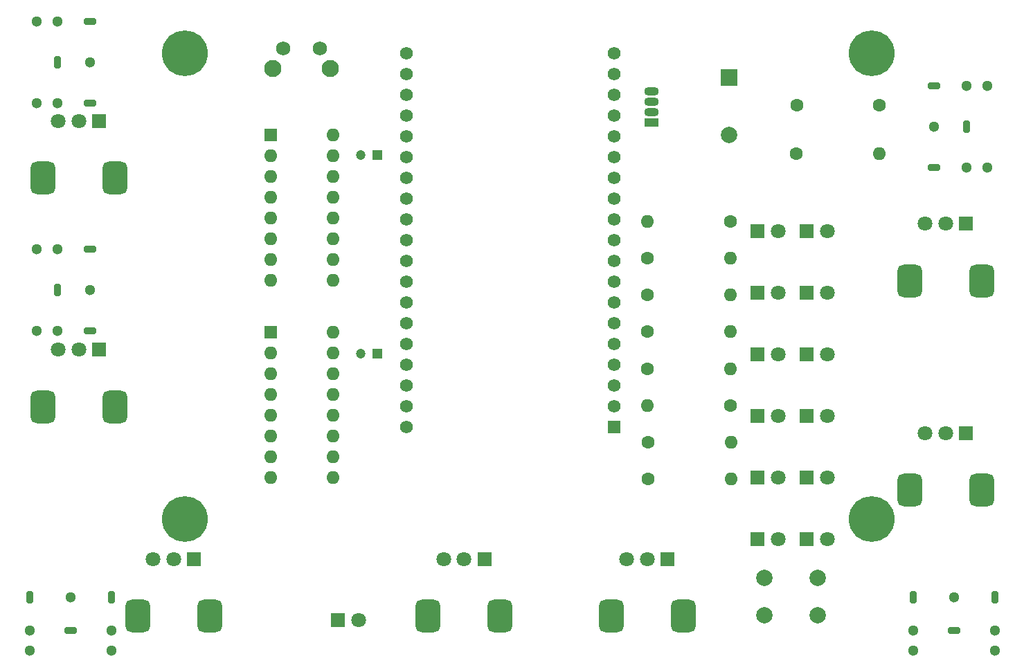
<source format=gbr>
%TF.GenerationSoftware,KiCad,Pcbnew,(6.0.4)*%
%TF.CreationDate,2022-10-02T13:18:34+02:00*%
%TF.ProjectId,Spikeling_V2.2b,5370696b-656c-4696-9e67-5f56322e3262,rev?*%
%TF.SameCoordinates,Original*%
%TF.FileFunction,Soldermask,Top*%
%TF.FilePolarity,Negative*%
%FSLAX46Y46*%
G04 Gerber Fmt 4.6, Leading zero omitted, Abs format (unit mm)*
G04 Created by KiCad (PCBNEW (6.0.4)) date 2022-10-02 13:18:34*
%MOMM*%
%LPD*%
G01*
G04 APERTURE LIST*
G04 Aperture macros list*
%AMRoundRect*
0 Rectangle with rounded corners*
0 $1 Rounding radius*
0 $2 $3 $4 $5 $6 $7 $8 $9 X,Y pos of 4 corners*
0 Add a 4 corners polygon primitive as box body*
4,1,4,$2,$3,$4,$5,$6,$7,$8,$9,$2,$3,0*
0 Add four circle primitives for the rounded corners*
1,1,$1+$1,$2,$3*
1,1,$1+$1,$4,$5*
1,1,$1+$1,$6,$7*
1,1,$1+$1,$8,$9*
0 Add four rect primitives between the rounded corners*
20,1,$1+$1,$2,$3,$4,$5,0*
20,1,$1+$1,$4,$5,$6,$7,0*
20,1,$1+$1,$6,$7,$8,$9,0*
20,1,$1+$1,$8,$9,$2,$3,0*%
G04 Aperture macros list end*
%ADD10O,1.800000X1.070000*%
%ADD11R,1.800000X1.070000*%
%ADD12C,5.600000*%
%ADD13R,1.800000X1.800000*%
%ADD14C,1.800000*%
%ADD15C,1.600000*%
%ADD16O,1.600000X1.600000*%
%ADD17R,1.600000X1.600000*%
%ADD18RoundRect,0.750000X-0.750000X1.250000X-0.750000X-1.250000X0.750000X-1.250000X0.750000X1.250000X0*%
%ADD19C,1.300000*%
%ADD20RoundRect,0.200000X0.550000X0.200000X-0.550000X0.200000X-0.550000X-0.200000X0.550000X-0.200000X0*%
%ADD21RoundRect,0.200000X-0.200000X0.550000X-0.200000X-0.550000X0.200000X-0.550000X0.200000X0.550000X0*%
%ADD22RoundRect,0.200000X-0.550000X-0.200000X0.550000X-0.200000X0.550000X0.200000X-0.550000X0.200000X0*%
%ADD23RoundRect,0.200000X0.200000X-0.550000X0.200000X0.550000X-0.200000X0.550000X-0.200000X-0.550000X0*%
%ADD24R,1.200000X1.200000*%
%ADD25C,1.200000*%
%ADD26C,2.100000*%
%ADD27C,1.750000*%
%ADD28R,2.000000X2.000000*%
%ADD29C,2.000000*%
%ADD30R,1.560000X1.560000*%
%ADD31C,1.560000*%
G04 APERTURE END LIST*
D10*
%TO.C,D14*%
X177000000Y-62230000D03*
D11*
X177000000Y-63500000D03*
D10*
X177000000Y-60960000D03*
X177000000Y-59690000D03*
%TD*%
D12*
%TO.C, *%
X120000000Y-55000000D03*
%TD*%
D13*
%TO.C,D7*%
X190000000Y-76779000D03*
D14*
X192540000Y-76779000D03*
%TD*%
D13*
%TO.C,D2*%
X190000000Y-114504000D03*
D14*
X192540000Y-114504000D03*
%TD*%
D15*
%TO.C,R5*%
X186660000Y-98100000D03*
D16*
X176500000Y-98100000D03*
%TD*%
D17*
%TO.C,U3*%
X130500000Y-89125000D03*
D16*
X130500000Y-91665000D03*
X130500000Y-94205000D03*
X130500000Y-96745000D03*
X130500000Y-99285000D03*
X130500000Y-101825000D03*
X130500000Y-104365000D03*
X130500000Y-106905000D03*
X138120000Y-106905000D03*
X138120000Y-104365000D03*
X138120000Y-101825000D03*
X138120000Y-99285000D03*
X138120000Y-96745000D03*
X138120000Y-94205000D03*
X138120000Y-91665000D03*
X138120000Y-89125000D03*
%TD*%
D13*
%TO.C,RV6*%
X215500000Y-101500000D03*
D14*
X213000000Y-101500000D03*
X210500000Y-101500000D03*
D18*
X208600000Y-108500000D03*
X217400000Y-108500000D03*
%TD*%
D13*
%TO.C,RV4*%
X179000000Y-116900000D03*
D14*
X176500000Y-116900000D03*
X174000000Y-116900000D03*
D18*
X180900000Y-123900000D03*
X172100000Y-123900000D03*
%TD*%
D19*
%TO.C,J2*%
X101882500Y-51100000D03*
X104382500Y-51100000D03*
X108382500Y-56100000D03*
X101882500Y-61100000D03*
X104382500Y-61100000D03*
D20*
X108382500Y-61100000D03*
D21*
X104382500Y-56100000D03*
D20*
X108382500Y-51100000D03*
%TD*%
D19*
%TO.C,J1*%
X215600000Y-59000000D03*
X215600000Y-69000000D03*
X218100000Y-59000000D03*
X211600000Y-64000000D03*
X218100000Y-69000000D03*
D22*
X211600000Y-59000000D03*
D23*
X215600000Y-64000000D03*
D22*
X211600000Y-69000000D03*
%TD*%
D13*
%TO.C,RV1*%
X109500000Y-63300000D03*
D14*
X107000000Y-63300000D03*
X104500000Y-63300000D03*
D18*
X102600000Y-70300000D03*
X111400000Y-70300000D03*
%TD*%
D13*
%TO.C,D4*%
X190000000Y-99414000D03*
D14*
X192540000Y-99414000D03*
%TD*%
D13*
%TO.C,RV3*%
X121100000Y-116900000D03*
D14*
X118600000Y-116900000D03*
X116100000Y-116900000D03*
D18*
X123000000Y-123900000D03*
X114200000Y-123900000D03*
%TD*%
D15*
%TO.C,R3*%
X176600000Y-102600000D03*
D16*
X186760000Y-102600000D03*
%TD*%
D12*
%TO.C, *%
X204000000Y-55000000D03*
%TD*%
D17*
%TO.C,U2*%
X130500000Y-65000000D03*
D16*
X130500000Y-67540000D03*
X130500000Y-70080000D03*
X130500000Y-72620000D03*
X130500000Y-75160000D03*
X130500000Y-77700000D03*
X130500000Y-80240000D03*
X130500000Y-82780000D03*
X138120000Y-82780000D03*
X138120000Y-80240000D03*
X138120000Y-77700000D03*
X138120000Y-75160000D03*
X138120000Y-72620000D03*
X138120000Y-70080000D03*
X138120000Y-67540000D03*
X138120000Y-65000000D03*
%TD*%
D24*
%TO.C,C2*%
X143472600Y-91750000D03*
D25*
X141472600Y-91750000D03*
%TD*%
D19*
%TO.C,J5*%
X219000000Y-125617500D03*
X219000000Y-128117500D03*
X209000000Y-128117500D03*
X214000000Y-121617500D03*
X209000000Y-125617500D03*
D21*
X219000000Y-121617500D03*
D22*
X214000000Y-125617500D03*
D21*
X209000000Y-121617500D03*
%TD*%
D26*
%TO.C,SW2*%
X137760000Y-56930000D03*
X130750000Y-56930000D03*
D27*
X132000000Y-54440000D03*
X136500000Y-54440000D03*
%TD*%
D13*
%TO.C,D11*%
X196000000Y-91869000D03*
D14*
X198540000Y-91869000D03*
%TD*%
D13*
%TO.C,D9*%
X196000000Y-106959000D03*
D14*
X198540000Y-106959000D03*
%TD*%
D24*
%TO.C,C1*%
X143472600Y-67500000D03*
D25*
X141472600Y-67500000D03*
%TD*%
D15*
%TO.C,R9*%
X176500000Y-93600000D03*
D16*
X186660000Y-93600000D03*
%TD*%
D13*
%TO.C,D13*%
X196000000Y-76779000D03*
D14*
X198540000Y-76779000D03*
%TD*%
D13*
%TO.C,D12*%
X196000000Y-84324000D03*
D14*
X198540000Y-84324000D03*
%TD*%
D13*
%TO.C,D10*%
X196000000Y-99414000D03*
D14*
X198540000Y-99414000D03*
%TD*%
D15*
%TO.C,R1*%
X194720000Y-67300000D03*
D16*
X204880000Y-67300000D03*
%TD*%
D13*
%TO.C,D1*%
X138688000Y-124400000D03*
D14*
X141228000Y-124400000D03*
%TD*%
D13*
%TO.C,RV7*%
X215500000Y-75872000D03*
D14*
X213000000Y-75872000D03*
X210500000Y-75872000D03*
D18*
X208600000Y-82872000D03*
X217400000Y-82872000D03*
%TD*%
D13*
%TO.C,RV2*%
X109500000Y-91300000D03*
D14*
X107000000Y-91300000D03*
X104500000Y-91300000D03*
D18*
X111400000Y-98300000D03*
X102600000Y-98300000D03*
%TD*%
D19*
%TO.C,e*%
X104382500Y-79000000D03*
X101882500Y-89000000D03*
X101882500Y-79000000D03*
X108382500Y-84000000D03*
X104382500Y-89000000D03*
D20*
X108382500Y-89000000D03*
D21*
X104382500Y-84000000D03*
D20*
X108382500Y-79000000D03*
%TD*%
D13*
%TO.C,D3*%
X190000000Y-106959000D03*
D14*
X192540000Y-106959000D03*
%TD*%
D12*
%TO.C, *%
X204000000Y-112000000D03*
%TD*%
D13*
%TO.C,D5*%
X190000000Y-91869000D03*
D14*
X192540000Y-91869000D03*
%TD*%
D19*
%TO.C,J4*%
X101000000Y-128117500D03*
X111000000Y-125617500D03*
X101000000Y-125617500D03*
X111000000Y-128117500D03*
X106000000Y-121617500D03*
D21*
X111000000Y-121617500D03*
D22*
X106000000Y-125617500D03*
D21*
X101000000Y-121617500D03*
%TD*%
D15*
%TO.C,R8*%
X176500000Y-89100000D03*
D16*
X186660000Y-89100000D03*
%TD*%
D15*
%TO.C,R2*%
X176600000Y-107100000D03*
D16*
X186760000Y-107100000D03*
%TD*%
D13*
%TO.C,RV5*%
X156619000Y-116900000D03*
D14*
X154119000Y-116900000D03*
X151619000Y-116900000D03*
D18*
X149719000Y-123900000D03*
X158519000Y-123900000D03*
%TD*%
D15*
%TO.C,C3*%
X204860000Y-61350000D03*
X194830000Y-61350000D03*
%TD*%
%TO.C,R7*%
X176500000Y-84600000D03*
D16*
X186660000Y-84600000D03*
%TD*%
D15*
%TO.C,R4*%
X186680000Y-75600000D03*
D16*
X176520000Y-75600000D03*
%TD*%
D28*
%TO.C,BZ1*%
X186500000Y-58000000D03*
D29*
X186500000Y-65000000D03*
%TD*%
D12*
%TO.C, *%
X120000000Y-112000000D03*
%TD*%
D15*
%TO.C,R6*%
X176500000Y-80100000D03*
D16*
X186660000Y-80100000D03*
%TD*%
D29*
%TO.C,SW1*%
X190860000Y-119250000D03*
X197360000Y-119250000D03*
X197360000Y-123750000D03*
X190860000Y-123750000D03*
%TD*%
D30*
%TO.C,U1*%
X172450000Y-100760000D03*
D31*
X172450000Y-98220000D03*
X172450000Y-95680000D03*
X172450000Y-93140000D03*
X172450000Y-90600000D03*
X172450000Y-88060000D03*
X172450000Y-85520000D03*
X172450000Y-82980000D03*
X172450000Y-80440000D03*
X172450000Y-77900000D03*
X172450000Y-75360000D03*
X172450000Y-72820000D03*
X172450000Y-70280000D03*
X172450000Y-67740000D03*
X172450000Y-65200000D03*
X172450000Y-62660000D03*
X172450000Y-60120000D03*
X172450000Y-57580000D03*
X172450000Y-55040000D03*
X147050000Y-100760000D03*
X147050000Y-98220000D03*
X147050000Y-95680000D03*
X147050000Y-93140000D03*
X147050000Y-90600000D03*
X147050000Y-88060000D03*
X147050000Y-85520000D03*
X147050000Y-82980000D03*
X147050000Y-80440000D03*
X147050000Y-77900000D03*
X147050000Y-75360000D03*
X147050000Y-72820000D03*
X147050000Y-70280000D03*
X147050000Y-67740000D03*
X147050000Y-65200000D03*
X147050000Y-62660000D03*
X147050000Y-60120000D03*
X147050000Y-57580000D03*
X147050000Y-55040000D03*
%TD*%
D13*
%TO.C,D8*%
X196000000Y-114504000D03*
D14*
X198540000Y-114504000D03*
%TD*%
D13*
%TO.C,D6*%
X190000000Y-84324000D03*
D14*
X192540000Y-84324000D03*
%TD*%
M02*

</source>
